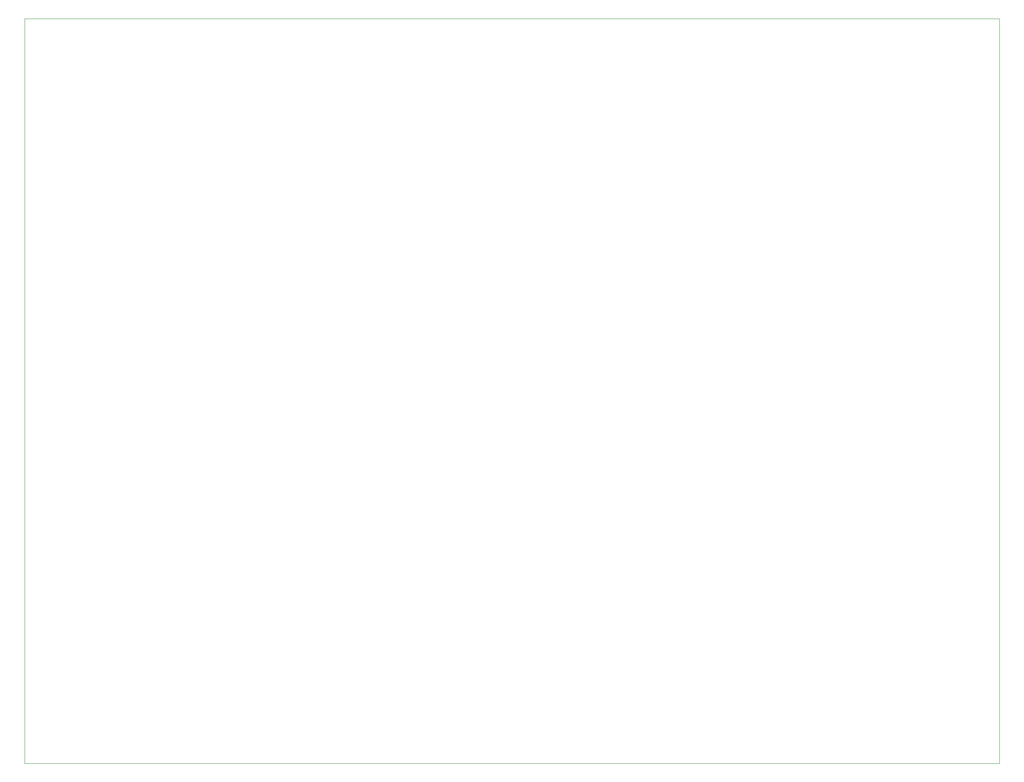
<source format=gbr>
%TF.GenerationSoftware,KiCad,Pcbnew,8.0.2-1*%
%TF.CreationDate,2024-08-04T09:43:41-04:00*%
%TF.ProjectId,stack_controller,73746163-6b5f-4636-9f6e-74726f6c6c65,rev?*%
%TF.SameCoordinates,Original*%
%TF.FileFunction,Profile,NP*%
%FSLAX46Y46*%
G04 Gerber Fmt 4.6, Leading zero omitted, Abs format (unit mm)*
G04 Created by KiCad (PCBNEW 8.0.2-1) date 2024-08-04 09:43:41*
%MOMM*%
%LPD*%
G01*
G04 APERTURE LIST*
%TA.AperFunction,Profile*%
%ADD10C,0.050000*%
%TD*%
G04 APERTURE END LIST*
D10*
X33000000Y-16000000D02*
X241000000Y-16000000D01*
X241000000Y-175000000D01*
X33000000Y-175000000D01*
X33000000Y-16000000D01*
M02*

</source>
